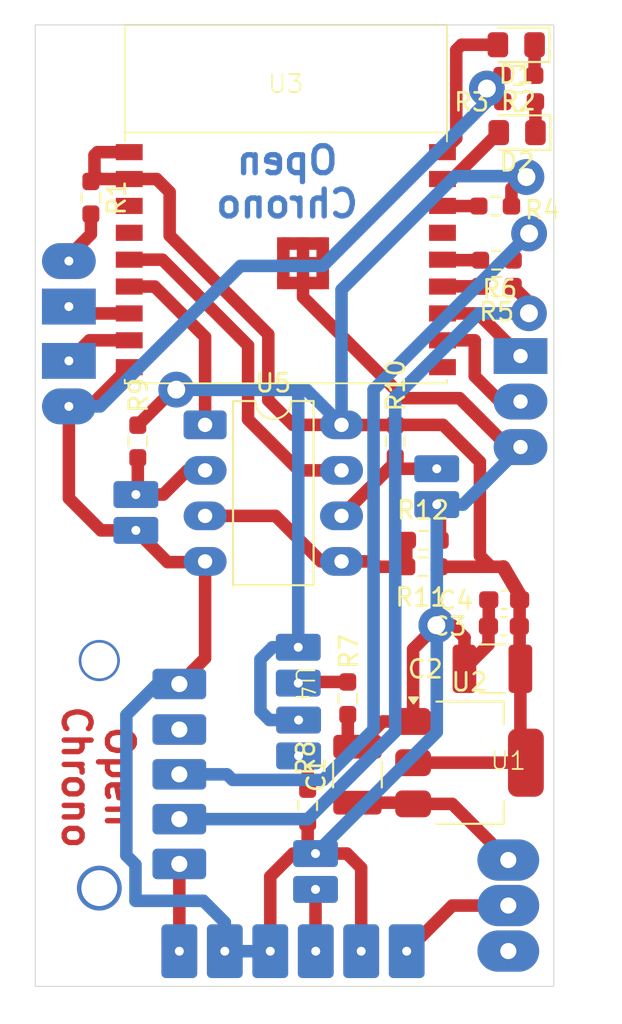
<source format=kicad_pcb>
(kicad_pcb (version 20241229) (generator "pcbnew") (generator_version "9.0")
  (layers (0 "F.Cu" signal) (2 "B.Cu" signal) (13 "F.Paste" user) (15 "B.Paste" user) (5 "F.SilkS" user "F.Silkscreen") (7 "B.SilkS" user "B.Silkscreen") (1 "F.Mask" user) (3 "B.Mask" user) (25 "Edge.Cuts" user))
  (net 0 "")
  (net 1 "+5V")
  (net 2 "GND")
  (net 3 "+3.3V")
  (net 4 "+5V_IN")
  (net 5 "VBatt")
  (net 6 "Net-(J4-Pin_2)")
  (net 7 "Net-(J5-Pin_2)")
  (net 8 "Net-(J6-Pin_1)")
  (net 9 "Net-(J7-Pin_1)")
  (net 10 "/IO/USB_D-")
  (net 11 "/IO/USB_D+")
  (net 12 "/Cpu/pin_Stop")
  (net 13 "/Cpu/pin_Start")
  (net 14 "Net-(U1-NO)")
  (net 15 "Net-(D1-K)")
  (net 16 "Net-(D1-A)")
  (net 17 "Net-(D2-K)")
  (net 18 "Net-(D2-A)")
  (net 19 "Net-(U3-GPIO20,U0RXD)")
  (net 20 "Net-(U3-GPIO21,U0TXD)")
  (net 21 "Net-(R1-Pad2)")
  (net 22 "Net-(U3-GPIO2,ADC1_CH2,FSPIQ)")
  (net 23 "Net-(U4-D-)")
  (net 24 "Net-(U4-D+)")
  (net 25 "Net-(U5A-+)")
  (net 26 "Net-(U3-GPIO8)")
  (net 27 "Net-(U3-GPIO9)")
  (footprint "WS_Connectors:SIP-2_2.0" (layer "F.Cu") (at 119.2475 102.8025 90)
    (property "Reference" "J2" (hide yes))
    (property "Value" "Conn_01x02_Socket")
    (pad "1" thru_hole roundrect (at 0 0 90) (size 1.5 2.5) (drill 0.5) (layers "*.Cu" "*.Mask") (roundrect_rratio 0.1428571429) (net 5 "VBatt"))
    (pad "2" thru_hole roundrect (at 2 0 90) (size 1.5 2.5) (drill 0.5) (layers "*.Cu" "*.Mask") (roundrect_rratio 0.1428571429) (net 2 "GND"))
  )
  (footprint "Capacitor_SMD:C_1210_3225Metric_Pad1.33x2.70mm_HandSolder" (layer "F.Cu") (at 129.13 90.4925 180)
    (property "Reference" "C2" (at 3.75 -0.02 0) (layer "F.SilkS"))
    (property "Value" "10uF")
    (fp_line (start -0.711252 1.36) (end 0.711252 1.36) (stroke (width 0.12)) (layer "F.SilkS"))
    (fp_line (start -0.711252 -1.36) (end 0.711252 -1.36) (stroke (width 0.12)) (layer "F.SilkS"))
    (pad "1" smd roundrect (at -1.5625 0 180) (size 1.325 2.7) (layers "F.Cu" "F.Mask" "F.Paste") (roundrect_rratio 0.188679) (net 3 "+3.3V"))
    (pad "2" smd roundrect (at 1.5625 0 180) (size 1.325 2.7) (layers "F.Cu" "F.Mask" "F.Paste") (roundrect_rratio 0.188679) (net 2 "GND"))
  )
  (footprint "Resistor_SMD:R_0603_1608Metric_Pad0.98x0.95mm_HandSolder" (layer "F.Cu") (at 129.37 69.15 180)
    (property "Reference" "R5" (at 0 -1.43 0) (layer "F.SilkS"))
    (property "Value" "22R")
    (fp_line (start -0.254724 0.5225) (end 0.254724 0.5225) (stroke (width 0.12)) (layer "F.SilkS"))
    (fp_line (start -0.254724 -0.5225) (end 0.254724 -0.5225) (stroke (width 0.12)) (layer "F.SilkS"))
    (pad "1" smd roundrect (at -0.9125 0 180) (size 0.975 0.95) (layers "F.Cu" "F.Mask" "F.Paste") (net 23 "Net-(U4-D-)"))
    (pad "2" smd roundrect (at 0.9125 0 180) (size 0.975 0.95) (layers "F.Cu" "F.Mask" "F.Paste") (net 10 "/IO/USB_D-"))
  )
  (footprint "Resistor_SMD:R_0603_1608Metric_Pad0.98x0.95mm_HandSolder" (layer "F.Cu") (at 130.62 58.85 180)
    (property "Reference" "R3" (at 2.65 -0.02 0) (layer "F.SilkS"))
    (property "Value" "10K")
    (fp_line (start -0.254724 0.5225) (end 0.254724 0.5225) (stroke (width 0.12)) (layer "F.SilkS"))
    (fp_line (start -0.254724 -0.5225) (end 0.254724 -0.5225) (stroke (width 0.12)) (layer "F.SilkS"))
    (pad "1" smd roundrect (at -0.9125 0 180) (size 0.975 0.95) (layers "F.Cu" "F.Mask" "F.Paste") (net 17 "Net-(D2-K)"))
    (pad "2" smd roundrect (at 0.9125 0 180) (size 0.975 0.95) (layers "F.Cu" "F.Mask" "F.Paste") (net 2 "GND"))
  )
  (footprint "Diode_SMD:D_0805_2012Metric_Pad1.15x1.40mm_HandSolder" (layer "F.Cu") (at 130.5075 60.57 180)
    (property "Reference" "D2" (at 0 -1.65 0) (layer "F.SilkS"))
    (property "Value" "LED")
    (fp_line (start 1 -0.96) (end -1.86 -0.96) (stroke (width 0.12)) (layer "F.SilkS"))
    (fp_line (start -1.86 0.96) (end 1 0.96) (stroke (width 0.12)) (layer "F.SilkS"))
    (fp_line (start -1.86 -0.96) (end -1.86 0.96) (stroke (width 0.12)) (layer "F.SilkS"))
    (pad "1" smd roundrect (at -1.025 0 180) (size 1.15 1.4) (layers "F.Cu" "F.Mask" "F.Paste") (roundrect_rratio 0.217391) (net 17 "Net-(D2-K)"))
    (pad "2" smd roundrect (at 1.025 0 180) (size 1.15 1.4) (layers "F.Cu" "F.Mask" "F.Paste") (roundrect_rratio 0.217391) (net 18 "Net-(D2-A)"))
  )
  (footprint "Capacitor_SMD:C_0603_1608Metric_Pad1.08x0.95mm_HandSolder" (layer "F.Cu") (at 129.7875 86.6425 180)
    (property "Reference" "C4" (at 2.71 -0.04 0) (layer "F.SilkS"))
    (property "Value" "10nF")
    (fp_line (start -0.146267 0.51) (end 0.146267 0.51) (stroke (width 0.12)) (layer "F.SilkS"))
    (fp_line (start -0.146267 -0.51) (end 0.146267 -0.51) (stroke (width 0.12)) (layer "F.SilkS"))
    (pad "1" smd roundrect (at -0.8625 0 180) (size 1.075 0.95) (layers "F.Cu" "F.Mask" "F.Paste") (net 3 "+3.3V"))
    (pad "2" smd roundrect (at 0.8625 0 180) (size 1.075 0.95) (layers "F.Cu" "F.Mask" "F.Paste") (net 2 "GND"))
  )
  (footprint "" (layer "F.Cu") (at 131.18 66.2025)
    (property "Reference" "" (at 0 0 0) (layer "F.SilkS") (effects (font (size 1.27 1.27))))
    (property "Value" "")
    (pad "" thru_hole circle (at 0 0) (size 2 2) (drill 1) (layers "*.Cu" "*.Mask") (net 24 "Net-(U4-D+)"))
  )
  (footprint "Resistor_SMD:R_0603_1608Metric_Pad0.98x0.95mm_HandSolder" (layer "F.Cu") (at 125.25 84.8)
    (property "Reference" "R11" (at -0.09 1.7 0) (layer "F.SilkS"))
    (property "Value" "10K")
    (fp_line (start -0.254724 -0.5225) (end 0.254724 -0.5225) (stroke (width 0.12)) (layer "F.SilkS"))
    (fp_line (start -0.254724 0.5225) (end 0.254724 0.5225) (stroke (width 0.12)) (layer "F.SilkS"))
    (pad "1" smd roundrect (at -0.9125 0) (size 0.975 0.95) (layers "F.Cu" "F.Mask" "F.Paste") (net 25 "Net-(U5A-+)"))
    (pad "2" smd roundrect (at 0.9125 0) (size 0.975 0.95) (layers "F.Cu" "F.Mask" "F.Paste") (net 3 "+3.3V"))
  )
  (footprint "Resistor_SMD:R_0603_1608Metric_Pad0.98x0.95mm_HandSolder" (layer "F.Cu") (at 106.7 64.21 -90)
    (property "Reference" "R1" (at 0 -1.43 90) (layer "F.SilkS"))
    (property "Value" "10K")
    (fp_line (start -0.254724 0.5225) (end 0.254724 0.5225) (stroke (width 0.12)) (layer "F.SilkS"))
    (fp_line (start -0.254724 -0.5225) (end 0.254724 -0.5225) (stroke (width 0.12)) (layer "F.SilkS"))
    (pad "1" smd roundrect (at -0.9125 0 270) (size 0.975 0.95) (layers "F.Cu" "F.Mask" "F.Paste") (net 3 "+3.3V"))
    (pad "2" smd roundrect (at 0.9125 0 270) (size 0.975 0.95) (layers "F.Cu" "F.Mask" "F.Paste") (net 21 "Net-(R1-Pad2)"))
  )
  (footprint "Package_TO_SOT_SMD:SOT-223-3_TabPin2" (layer "F.Cu") (at 127.85 95.7325)
    (property "Reference" "U2" (at 0 -4.5 0) (layer "F.SilkS"))
    (property "Value" "AMS1117-3.3")
    (fp_line (start -1.85 -3.41) (end 1.91 -3.41) (stroke (width 0.12)) (layer "F.SilkS"))
    (fp_line (start -1.85 3.41) (end 1.91 3.41) (stroke (width 0.12)) (layer "F.SilkS"))
    (fp_line (start 1.91 -3.41) (end 1.91 -2.15) (stroke (width 0.12)) (layer "F.SilkS"))
    (fp_line (start 1.91 3.41) (end 1.91 2.15) (stroke (width 0.12)) (layer "F.SilkS"))
    (fp_poly (pts (xy -3.13 -3.31) (xy -3.37 -3.64) (xy -2.89 -3.64) (xy -3.13 -3.31)) (stroke (width 0.12)) (fill yes) (layer "F.SilkS"))
    (pad "1" smd roundrect (at -3.15 -2.3) (size 2 1.5) (layers "F.Cu" "F.Mask" "F.Paste") (net 2 "GND"))
    (pad "2" smd roundrect (at -3.15 0) (size 2 1.5) (layers "F.Cu" "F.Mask" "F.Paste") (net 3 "+3.3V"))
    (pad "2" smd roundrect (at 3.15 0) (size 2 3.8) (layers "F.Cu" "F.Mask" "F.Paste") (net 3 "+3.3V"))
    (pad "3" smd roundrect (at -3.15 2.3) (size 2 1.5) (layers "F.Cu" "F.Mask" "F.Paste") (net 14 "Net-(U1-NO)"))
  )
  (footprint "WS_Custom:3pin SW RA 2.54" (layer "F.Cu") (at 130.0175 96.125)
    (property "Reference" "U1" (at 0 -0.5 0) (layer "F.SilkS") (effects (font (thickness 0.1))))
    (property "Value" "~")
    (pad "1" thru_hole oval (at 0 5.04) (size 3.45 2.3) (drill 0.9) (layers "*.Cu" "*.Mask" "F.Paste") (net 14 "Net-(U1-NO)"))
    (pad "2" thru_hole oval (at 0 7.58) (size 3.45 2.3) (drill 0.9) (layers "*.Cu" "*.Mask" "F.Paste") (net 1 "+5V"))
    (pad "3" thru_hole oval (at 0 10.12) (size 3.45 2.3) (drill 0.9) (layers "*.Cu" "*.Mask" "F.Paste"))
  )
  (footprint "WS_Connectors:SIP-2_1_2.54" (layer "F.Cu") (at 105.47 70.28 90)
    (property "Reference" "SW1" (hide yes))
    (property "Value" "SW_DIP_x01")
    (pad "1" thru_hole rect (at 0 0 90) (size 2 3) (drill 0.5) (layers "*.Cu" "*.Mask") (net 26 "Net-(U3-GPIO8)"))
    (pad "2" thru_hole oval (at 2.54 0 90) (size 2 3) (drill 0.5) (layers "*.Cu" "*.Mask") (net 21 "Net-(R1-Pad2)"))
  )
  (footprint "Resistor_SMD:R_0603_1608Metric_Pad0.98x0.95mm_HandSolder" (layer "F.Cu") (at 129.37 67.69 180)
    (property "Reference" "R6" (at -0.1725 -1.615 0) (layer "F.SilkS"))
    (property "Value" "22R")
    (fp_line (start -0.254724 0.5225) (end 0.254724 0.5225) (stroke (width 0.12)) (layer "F.SilkS"))
    (fp_line (start -0.254724 -0.5225) (end 0.254724 -0.5225) (stroke (width 0.12)) (layer "F.SilkS"))
    (pad "1" smd roundrect (at -0.9125 0 180) (size 0.975 0.95) (layers "F.Cu" "F.Mask" "F.Paste") (net 24 "Net-(U4-D+)"))
    (pad "2" smd roundrect (at 0.9125 0 180) (size 0.975 0.95) (layers "F.Cu" "F.Mask" "F.Paste") (net 11 "/IO/USB_D+"))
  )
  (footprint "Resistor_SMD:R_0603_1608Metric_Pad0.98x0.95mm_HandSolder" (layer "F.Cu") (at 109.32 77.81 90)
    (property "Reference" "R9" (at 2.58 0.04 90) (layer "F.SilkS"))
    (property "Value" "10K")
    (fp_line (start -0.254724 -0.5225) (end 0.254724 -0.5225) (stroke (width 0.12)) (layer "F.SilkS"))
    (fp_line (start -0.254724 0.5225) (end 0.254724 0.5225) (stroke (width 0.12)) (layer "F.SilkS"))
    (pad "1" smd roundrect (at -0.9125 0 90) (size 0.975 0.95) (layers "F.Cu" "F.Mask" "F.Paste") (net 8 "Net-(J6-Pin_1)"))
    (pad "2" smd roundrect (at 0.9125 0 90) (size 0.975 0.95) (layers "F.Cu" "F.Mask" "F.Paste") (net 3 "+3.3V"))
  )
  (footprint "Package_DIP:DIP-8_W7.62mm_LongPads" (layer "F.Cu") (at 113.08 76.88)
    (property "Reference" "U5" (at 3.81 -2.33 0) (layer "F.SilkS"))
    (property "Value" "LM358")
    (fp_line (start 1.56 -1.33) (end 1.56 8.95) (stroke (width 0.12)) (layer "F.SilkS"))
    (fp_line (start 1.56 8.95) (end 6.06 8.95) (stroke (width 0.12)) (layer "F.SilkS"))
    (fp_line (start 2.81 -1.33) (end 1.56 -1.33) (stroke (width 0.12)) (layer "F.SilkS"))
    (fp_line (start 6.06 -1.33) (end 4.81 -1.33) (stroke (width 0.12)) (layer "F.SilkS"))
    (fp_line (start 6.06 8.95) (end 6.06 -1.33) (stroke (width 0.12)) (layer "F.SilkS"))
    (fp_arc (start 4.81 -1.33) (mid 3.81 -0.33) (end 2.81 -1.33) (stroke (width 0.12)) (layer "F.SilkS"))
    (pad "1" thru_hole roundrect (at 0 0) (size 2.4 1.6) (drill 0.8) (layers "*.Cu" "*.Mask") (roundrect_rratio 0.15625) (net 13 "/Cpu/pin_Start"))
    (pad "2" thru_hole oval (at 0 2.54) (size 2.4 1.6) (drill 0.8) (layers "*.Cu" "*.Mask") (net 8 "Net-(J6-Pin_1)"))
    (pad "3" thru_hole oval (at 0 5.08) (size 2.4 1.6) (drill 0.8) (layers "*.Cu" "*.Mask") (net 25 "Net-(U5A-+)"))
    (pad "4" thru_hole oval (at 0 7.62) (size 2.4 1.6) (drill 0.8) (layers "*.Cu" "*.Mask") (net 2 "GND"))
    (pad "5" thru_hole oval (at 7.62 7.62) (size 2.4 1.6) (drill 0.8) (layers "*.Cu" "*.Mask") (net 25 "Net-(U5A-+)"))
    (pad "6" thru_hole oval (at 7.62 5.08) (size 2.4 1.6) (drill 0.8) (layers "*.Cu" "*.Mask") (net 9 "Net-(J7-Pin_1)"))
    (pad "7" thru_hole oval (at 7.62 2.54) (size 2.4 1.6) (drill 0.8) (layers "*.Cu" "*.Mask") (net 12 "/Cpu/pin_Stop"))
    (pad "8" thru_hole oval (at 7.62 0) (size 2.4 1.6) (drill 0.8) (layers "*.Cu" "*.Mask") (net 3 "+3.3V"))
  )
  (footprint "Capacitor_SMD:C_0603_1608Metric_Pad1.08x0.95mm_HandSolder" (layer "F.Cu") (at 129.77 88.1225 180)
    (property "Reference" "C3" (at 3.06 0 0) (layer "F.SilkS"))
    (property "Value" "100nF")
    (fp_line (start -0.146267 0.51) (end 0.146267 0.51) (stroke (width 0.12)) (layer "F.SilkS"))
    (fp_line (start -0.146267 -0.51) (end 0.146267 -0.51) (stroke (width 0.12)) (layer "F.SilkS"))
    (pad "1" smd roundrect (at -0.8625 0 180) (size 1.075 0.95) (layers "F.Cu" "F.Mask" "F.Paste") (net 3 "+3.3V"))
    (pad "2" smd roundrect (at 0.8625 0 180) (size 1.075 0.95) (layers "F.Cu" "F.Mask" "F.Paste") (net 2 "GND"))
  )
  (footprint "Resistor_SMD:R_0603_1608Metric_Pad0.98x0.95mm_HandSolder" (layer "F.Cu") (at 129.28 64.67)
    (property "Reference" "R4" (at 2.64 0.22 0) (layer "F.SilkS"))
    (property "Value" "10K")
    (fp_line (start -0.254724 -0.5225) (end 0.254724 -0.5225) (stroke (width 0.12)) (layer "F.SilkS"))
    (fp_line (start -0.254724 0.5225) (end 0.254724 0.5225) (stroke (width 0.12)) (layer "F.SilkS"))
    (pad "1" smd roundrect (at -0.9125 0) (size 0.975 0.95) (layers "F.Cu" "F.Mask" "F.Paste") (net 22 "Net-(U3-GPIO2,ADC1_CH2,FSPIQ)"))
    (pad "2" smd roundrect (at 0.9125 0) (size 0.975 0.95) (layers "F.Cu" "F.Mask" "F.Paste") (net 3 "+3.3V"))
  )
  (footprint "WS_Connectors:SIP-2_1_2.54" (layer "F.Cu") (at 105.47 73.31 -90)
    (property "Reference" "SW2" (hide yes))
    (property "Value" "SW_DIP_x01")
    (pad "1" thru_hole rect (at 0 0 270) (size 2 3) (drill 0.5) (layers "*.Cu" "*.Mask") (net 27 "Net-(U3-GPIO9)"))
    (pad "2" thru_hole oval (at 2.54 0 270) (size 2 3) (drill 0.5) (layers "*.Cu" "*.Mask") (net 2 "GND"))
  )
  (footprint "" (layer "F.Cu") (at 131.17 70.6525)
    (property "Reference" "" (at 0 0 0) (layer "F.SilkS") (effects (font (size 1.27 1.27))))
    (property "Value" "")
    (pad "" thru_hole circle (at 0 0) (size 2 2) (drill 1) (layers "*.Cu" "*.Mask") (net 23 "Net-(U4-D-)"))
  )
  (footprint "Resistor_SMD:R_0603_1608Metric_Pad0.98x0.95mm_HandSolder" (layer "F.Cu") (at 118.81 98.1225 90)
    (property "Reference" "R8" (at 2.65 -0.11 90) (layer "F.SilkS"))
    (property "Value" "100R")
    (fp_line (start -0.254724 -0.5225) (end 0.254724 -0.5225) (stroke (width 0.12)) (layer "F.SilkS"))
    (fp_line (start -0.254724 0.5225) (end 0.254724 0.5225) (stroke (width 0.12)) (layer "F.SilkS"))
    (pad "1" smd roundrect (at -0.9125 0 90) (size 0.975 0.95) (layers "F.Cu" "F.Mask" "F.Paste") (net 2 "GND"))
    (pad "2" smd roundrect (at 0.9125 0 90) (size 0.975 0.95) (layers "F.Cu" "F.Mask" "F.Paste") (net 7 "Net-(J5-Pin_2)"))
  )
  (footprint "" (layer "F.Cu") (at 111.47 74.9125)
    (property "Reference" "" (at 0 0 0) (layer "F.SilkS") (effects (font (size 1.27 1.27))))
    (property "Value" "")
    (pad "" thru_hole circle (at 0 0) (size 2 2) (drill 1) (layers "*.Cu" "*.Mask") (net 3 "+3.3V"))
  )
  (footprint "Diode_SMD:D_0805_2012Metric_Pad1.15x1.40mm_HandSolder" (layer "F.Cu") (at 130.46 55.67 180)
    (property "Reference" "D1" (at 0 -1.65 0) (layer "F.SilkS"))
    (property "Value" "LED")
    (fp_line (start 1 -0.96) (end -1.86 -0.96) (stroke (width 0.12)) (layer "F.SilkS"))
    (fp_line (start -1.86 0.96) (end 1 0.96) (stroke (width 0.12)) (layer "F.SilkS"))
    (fp_line (start -1.86 -0.96) (end -1.86 0.96) (stroke (width 0.12)) (layer "F.SilkS"))
    (pad "1" smd roundrect (at -1.025 0 180) (size 1.15 1.4) (layers "F.Cu" "F.Mask" "F.Paste") (roundrect_rratio 0.217391) (net 15 "Net-(D1-K)"))
    (pad "2" smd roundrect (at 1.025 0 180) (size 1.15 1.4) (layers "F.Cu" "F.Mask" "F.Paste") (roundrect_rratio 0.217391) (net 16 "Net-(D1-A)"))
  )
  (footprint "Resistor_SMD:R_0603_1608Metric_Pad0.98x0.95mm_HandSolder" (layer "F.Cu") (at 121.05 92.14 90)
    (property "Reference" "R7" (at 2.62 0.06 90) (layer "F.SilkS"))
    (property "Value" "100R")
    (fp_line (start -0.254724 -0.5225) (end 0.254724 -0.5225) (stroke (width 0.12)) (layer "F.SilkS"))
    (fp_line (start -0.254724 0.5225) (end 0.254724 0.5225) (stroke (width 0.12)) (layer "F.SilkS"))
    (pad "1" smd roundrect (at -0.9125 0 90) (size 0.975 0.95) (layers "F.Cu" "F.Mask" "F.Paste") (net 2 "GND"))
    (pad "2" smd roundrect (at 0.9125 0 90) (size 0.975 0.95) (layers "F.Cu" "F.Mask" "F.Paste") (net 6 "Net-(J4-Pin_2)"))
  )
  (footprint "WS_Connectors:SIP-2_2.0" (layer "F.Cu") (at 109.2125 80.77 -90)
    (property "Reference" "J6" (hide yes))
    (property "Value" "Conn_01x02_Socket")
    (pad "1" thru_hole roundrect (at 0 0 270) (size 1.5 2.5) (drill 0.5) (layers "*.Cu" "*.Mask") (roundrect_rratio 0.1428571429) (net 8 "Net-(J6-Pin_1)"))
    (pad "2" thru_hole roundrect (at 2 0 270) (size 1.5 2.5) (drill 0.5) (layers "*.Cu" "*.Mask") (roundrect_rratio 0.1428571429) (net 2 "GND"))
  )
  (footprint "WS_Custom:USB Micro_Pololu_2586" (layer "F.Cu") (at 118.14 91.3425 -90)
    (property "Reference" "U4" (at 0 -0.5 270) (layer "F.SilkS") (effects (font (thickness 0.1))))
    (property "Value" "~")
    (pad "" thru_hole circle (at -1.31 10.970741 270) (size 2.3 2.3) (drill 2) (layers "*.Cu" "*.Mask"))
    (pad "" thru_hole circle (at 11.390665 10.97 270) (size 2.5 2.5) (drill 2) (layers "*.Cu" "*.Mask"))
    (pad "1" thru_hole roundrect (at 0 6.5 270) (size 1.7 3) (drill 0.9) (layers "*.Cu" "*.Mask") (roundrect_rratio 0.15) (net 2 "GND"))
    (pad "2" thru_hole roundrect (at 2.54 6.5 270) (size 1.7 3) (drill 0.9) (layers "*.Cu" "*.Mask") (roundrect_rratio 0.15))
    (pad "3" thru_hole roundrect (at 5.04 6.5 270) (size 1.7 3) (drill 0.9) (layers "*.Cu" "*.Mask") (roundrect_rratio 0.15) (net 24 "Net-(U4-D+)"))
    (pad "4" thru_hole roundrect (at 7.54 6.5 270) (size 1.7 3) (drill 0.9) (layers "*.Cu" "*.Mask") (roundrect_rratio 0.15) (net 23 "Net-(U4-D-)"))
    (pad "5" thru_hole roundrect (at 10.04 6.5 270) (size 1.7 3) (drill 0.9) (layers "*.Cu" "*.Mask") (roundrect_rratio 0.15) (net 4 "+5V_IN"))
  )
  (footprint "WS_Connectors:SIP-3" (layer "F.Cu") (at 130.7 75.58 -90)
    (property "Reference" "J3" (hide yes))
    (property "Value" "~")
    (pad "1" thru_hole rect (at -2.54 0 270) (size 2 3) (drill 0.8) (layers "*.Cu" "*.Mask") (net 20 "Net-(U3-GPIO21,U0TXD)"))
    (pad "2" thru_hole oval (at 0 0 270) (size 2 3) (drill 0.8) (layers "*.Cu" "*.Mask") (net 19 "Net-(U3-GPIO20,U0RXD)"))
    (pad "3" thru_hole oval (at 2.54 0 270) (size 2 3) (drill 0.8) (layers "*.Cu" "*.Mask") (net 2 "GND"))
  )
  (footprint "" (layer "F.Cu") (at 126 88.0625)
    (property "Reference" "" (at 0 0 0) (layer "F.SilkS") (effects (font (size 1.27 1.27))))
    (property "Value" "")
    (pad "" thru_hole circle (at 0 0) (size 2 2) (drill 1) (layers "*.Cu" "*.Mask") (net 2 "GND"))
  )
  (footprint "WS_Connectors:SIP-2_2.0" (layer "F.Cu") (at 118.3025 93.3525 -90)
    (property "Reference" "J5" (hide yes))
    (property "Value" "Conn_01x02_Socket")
    (pad "1" thru_hole roundrect (at 0 0 270) (size 1.5 2.5) (drill 0.5) (layers "*.Cu" "*.Mask") (roundrect_rratio 0.1428571429) (net 3 "+3.3V"))
    (pad "2" thru_hole roundrect (at 2 0 270) (size 1.5 2.5) (drill 0.5) (layers "*.Cu" "*.Mask") (roundrect_rratio 0.1428571429) (net 7 "Net-(J5-Pin_2)"))
  )
  (footprint "" (layer "F.Cu") (at 131.03 63.0525)
    (property "Reference" "" (at 0 0 0) (layer "F.SilkS") (effects (font (size 1.27 1.27))))
    (property "Value" "")
    (pad "" thru_hole circle (at 0 0) (size 2 2) (drill 1) (layers "*.Cu" "*.Mask") (net 3 "+3.3V"))
  )
  (footprint "Resistor_SMD:R_0603_1608Metric_Pad0.98x0.95mm_HandSolder" (layer "F.Cu") (at 125.29 83.32 180)
    (property "Reference" "R12" (at 0.04 1.68 0) (layer "F.SilkS"))
    (property "Value" "10K")
    (fp_line (start -0.254724 0.5225) (end 0.254724 0.5225) (stroke (width 0.12)) (layer "F.SilkS"))
    (fp_line (start -0.254724 -0.5225) (end 0.254724 -0.5225) (stroke (width 0.12)) (layer "F.SilkS"))
    (pad "1" smd roundrect (at -0.9125 0 180) (size 0.975 0.95) (layers "F.Cu" "F.Mask" "F.Paste") (net 2 "GND"))
    (pad "2" smd roundrect (at 0.9125 0 180) (size 0.975 0.95) (layers "F.Cu" "F.Mask" "F.Paste") (net 25 "Net-(U5A-+)"))
  )
  (footprint "Resistor_SMD:R_0603_1608Metric_Pad0.98x0.95mm_HandSolder" (layer "F.Cu") (at 130.58 57.38 180)
    (property "Reference" "R2" (at 0 -1.43 0) (layer "F.SilkS"))
    (property "Value" "10K")
    (fp_line (start -0.254724 0.5225) (end 0.254724 0.5225) (stroke (width 0.12)) (layer "F.SilkS"))
    (fp_line (start -0.254724 -0.5225) (end 0.254724 -0.5225) (stroke (width 0.12)) (layer "F.SilkS"))
    (pad "1" smd roundrect (at -0.9125 0 180) (size 0.975 0.95) (layers "F.Cu" "F.Mask" "F.Paste") (net 15 "Net-(D1-K)"))
    (pad "2" smd roundrect (at 0.9125 0 180) (size 0.975 0.95) (layers "F.Cu" "F.Mask" "F.Paste") (net 2 "GND"))
  )
  (footprint "WS_Espressif:ESP32-C3-WROOM-02" (layer "F.Cu") (at 117.59 61.6625)
    (property "Reference" "U3" (at 0 -3.81 0) (layer "F.SilkS") (effects (font (thickness 0.1))))
    (property "Value" "ESP32-C3-WROOM-02")
    (fp_line (start -9 -0.6) (end -9 -7.1) (stroke (width 0.1)) (layer "F.SilkS"))
    (fp_line (start -9 12.7) (end -9 12.9) (stroke (width 0.1)) (layer "F.SilkS"))
    (fp_line (start 9 -7.1) (end -9 -7.1) (stroke (width 0.1)) (layer "F.SilkS"))
    (fp_line (start 9 -1.1) (end -9 -1.1) (stroke (width 0.1)) (layer "F.SilkS"))
    (fp_line (start 9 -0.6) (end 9 -7.1) (stroke (width 0.1)) (layer "F.SilkS"))
    (fp_line (start 9 12.7) (end 9 12.9) (stroke (width 0.1)) (layer "F.SilkS"))
    (fp_line (start 9 12.9) (end -9 12.9) (stroke (width 0.1)) (layer "F.SilkS"))
    (pad "1" smd rect (at -8.75 0) (size 1.5 0.9) (layers "F.Cu" "F.Mask" "F.Paste") (net 3 "+3.3V"))
    (pad "2" smd rect (at -8.75 1.5) (size 1.5 0.9) (layers "F.Cu" "F.Mask" "F.Paste") (net 3 "+3.3V"))
    (pad "3" smd rect (at -8.75 3) (size 1.5 0.9) (layers "F.Cu" "F.Mask" "F.Paste"))
    (pad "4" smd rect (at -8.75 4.5) (size 1.5 0.9) (layers "F.Cu" "F.Mask" "F.Paste"))
    (pad "5" smd rect (at -8.75 6) (size 1.5 0.9) (layers "F.Cu" "F.Mask" "F.Paste") (net 12 "/Cpu/pin_Stop"))
    (pad "6" smd rect (at -8.75 7.5) (size 1.5 0.9) (layers "F.Cu" "F.Mask" "F.Paste") (net 13 "/Cpu/pin_Start"))
    (pad "7" smd rect (at -8.75 9) (size 1.5 0.9) (layers "F.Cu" "F.Mask" "F.Paste") (net 26 "Net-(U3-GPIO8)"))
    (pad "8" smd rect (at -8.75 10.5) (size 1.5 0.9) (layers "F.Cu" "F.Mask" "F.Paste") (net 27 "Net-(U3-GPIO9)"))
    (pad "9" smd rect (at -8.75 12) (size 1.5 0.9) (layers "F.Cu" "F.Mask" "F.Paste") (net 2 "GND"))
    (pad "10" smd rect (at 8.75 12) (size 1.5 0.9) (layers "F.Cu" "F.Mask" "F.Paste"))
    (pad "11" smd rect (at 8.75 10.5) (size 1.5 0.9) (layers "F.Cu" "F.Mask" "F.Paste") (net 19 "Net-(U3-GPIO20,U0RXD)"))
    (pad "12" smd rect (at 8.75 9) (size 1.5 0.9) (layers "F.Cu" "F.Mask" "F.Paste") (net 20 "Net-(U3-GPIO21,U0TXD)"))
    (pad "13" smd rect (at 8.75 7.5) (size 1.5 0.9) (layers "F.Cu" "F.Mask" "F.Paste") (net 10 "/IO/USB_D-"))
    (pad "14" smd rect (at 8.75 6) (size 1.5 0.9) (layers "F.Cu" "F.Mask" "F.Paste") (net 11 "/IO/USB_D+"))
    (pad "15" smd rect (at 8.75 4.5) (size 1.5 0.9) (layers "F.Cu" "F.Mask" "F.Paste"))
    (pad "16" smd rect (at 8.75 3) (size 1.5 0.9) (layers "F.Cu" "F.Mask" "F.Paste") (net 22 "Net-(U3-GPIO2,ADC1_CH2,FSPIQ)"))
    (pad "17" smd rect (at 8.75 1.5) (size 1.5 0.9) (layers "F.Cu" "F.Mask" "F.Paste") (net 18 "Net-(D2-A)"))
    (pad "18" smd rect (at 8.75 0) (size 1.5 0.9) (layers "F.Cu" "F.Mask" "F.Paste") (net 16 "Net-(D1-A)"))
    (pad "19" smd rect (at 0.96 6.2) (size 0.7 0.7) (layers "F.Cu" "F.Mask" "F.Paste") (net 2 "GND"))
    (pad "20" smd rect (at -0.14 5.1) (size 0.7 0.7) (layers "F.Cu" "F.Mask" "F.Paste") (net 2 "GND"))
    (pad "21" smd rect (at 0.96 5.1) (size 0.7 0.7) (layers "F.Cu" "F.Mask" "F.Paste") (net 2 "GND"))
    (pad "22" smd rect (at 2.06 5.1) (size 0.7 0.7) (layers "F.Cu" "F.Mask" "F.Paste") (net 2 "GND"))
    (pad "23" smd rect (at -0.14 6.2) (size 0.7 0.7) (layers "F.Cu" "F.Mask" "F.Paste") (net 2 "GND"))
    (pad "24" smd rect (at 2.06 6.2) (size 0.7 0.7) (layers "F.Cu" "F.Mask" "F.Paste") (net 2 "GND"))
    (pad "25" smd rect (at -0.14 7.3) (size 0.7 0.7) (layers "F.Cu" "F.Mask" "F.Paste") (net 2 "GND"))
    (pad "26" smd rect (at 0.96 7.3) (size 0.7 0.7) (layers "F.Cu" "F.Mask" "F.Paste") (net 2 "GND"))
    (pad "27" smd rect (at 2.06 7.3) (size 0.7 0.7) (layers "F.Cu" "F.Mask" "F.Paste") (net 2 "GND"))
  )
  (footprint "Resistor_SMD:R_0603_1608Metric_Pad0.98x0.95mm_HandSolder" (layer "F.Cu") (at 123.7 77.8 90)
    (property "Reference" "R10" (at 3.12 0.02 90) (layer "F.SilkS"))
    (property "Value" "10K")
    (fp_line (start -0.254724 -0.5225) (end 0.254724 -0.5225) (stroke (width 0.12)) (layer "F.SilkS"))
    (fp_line (start -0.254724 0.5225) (end 0.254724 0.5225) (stroke (width 0.12)) (layer "F.SilkS"))
    (pad "1" smd roundrect (at -0.9125 0 90) (size 0.975 0.95) (layers "F.Cu" "F.Mask" "F.Paste") (net 9 "Net-(J7-Pin_1)"))
    (pad "2" smd roundrect (at 0.9125 0 90) (size 0.975 0.95) (layers "F.Cu" "F.Mask" "F.Paste") (net 3 "+3.3V"))
  )
  (footprint "WS_Connectors:SIP-6_1_2.54" (layer "F.Cu") (at 124.34 106.2525 180)
    (property "Reference" "J1" (hide yes))
    (property "Value" "Conn_01x06_Socket")
    (pad "1" thru_hole roundrect (at 0 0 180) (size 2 3) (drill 0.5) (layers "*.Cu" "*.Mask") (roundrect_rratio 0.125) (net 1 "+5V"))
    (pad "2" thru_hole roundrect (at 2.54 0 180) (size 2 3) (drill 0.5) (layers "*.Cu" "*.Mask") (roundrect_rratio 0.125) (net 2 "GND"))
    (pad "3" thru_hole roundrect (at 5.08 0 180) (size 2 3) (drill 0.5) (layers "*.Cu" "*.Mask") (roundrect_rratio 0.125) (net 5 "VBatt"))
    (pad "4" thru_hole roundrect (at 7.62 0 180) (size 2 3) (drill 0.5) (layers "*.Cu" "*.Mask") (roundrect_rratio 0.125) (net 2 "GND"))
    (pad "5" thru_hole roundrect (at 10.16 0 180) (size 2 3) (drill 0.5) (layers "*.Cu" "*.Mask") (roundrect_rratio 0.125) (net 2 "GND"))
    (pad "6" thru_hole roundrect (at 12.7 0 180) (size 2 3) (drill 0.5) (layers "*.Cu" "*.Mask") (roundrect_rratio 0.125) (net 4 "+5V_IN"))
  )
  (footprint "Capacitor_SMD:C_1210_3225Metric_Pad1.33x2.70mm_HandSolder" (layer "F.Cu") (at 121.59 96.4025 90)
    (property "Reference" "C1" (at 0 -2.3 90) (layer "F.SilkS"))
    (property "Value" "10uF")
    (fp_line (start -0.711252 -1.36) (end 0.711252 -1.36) (stroke (width 0.12)) (layer "F.SilkS"))
    (fp_line (start -0.711252 1.36) (end 0.711252 1.36) (stroke (width 0.12)) (layer "F.SilkS"))
    (pad "1" smd roundrect (at -1.5625 0 90) (size 1.325 2.7) (layers "F.Cu" "F.Mask" "F.Paste") (roundrect_rratio 0.188679) (net 14 "Net-(U1-NO)"))
    (pad "2" smd roundrect (at 1.5625 0 90) (size 1.325 2.7) (layers "F.Cu" "F.Mask" "F.Paste") (roundrect_rratio 0.188679) (net 2 "GND"))
  )
  (footprint "WS_Connectors:SIP-2_2.0" (layer "F.Cu") (at 118.2825 89.2925 -90)
    (property "Reference" "J4" (hide yes))
    (property "Value" "Conn_01x02_Socket")
    (pad "1" thru_hole roundrect (at 0 0 270) (size 1.5 2.5) (drill 0.5) (layers "*.Cu" "*.Mask") (roundrect_rratio 0.1428571429) (net 3 "+3.3V"))
    (pad "2" thru_hole roundrect (at 2 0 270) (size 1.5 2.5) (drill 0.5) (layers "*.Cu" "*.Mask") (roundrect_rratio 0.1428571429) (net 6 "Net-(J4-Pin_2)"))
  )
  (footprint "" (layer "F.Cu") (at 128.82 58.1125)
    (property "Reference" "" (at 0 0 0) (layer "F.SilkS") (effects (font (size 1.27 1.27))))
    (property "Value" "")
    (pad "" thru_hole circle (at 0 0) (size 2 2) (drill 1) (layers "*.Cu" "*.Mask") (net 2 "GND"))
  )
  (footprint "WS_Connectors:SIP-2_2.0" (layer "F.Cu") (at 126.0225 79.33 -90)
    (property "Reference" "J7" (hide yes))
    (property "Value" "Conn_01x02_Socket")
    (pad "1" thru_hole roundrect (at 0 0 270) (size 1.5 2.5) (drill 0.5) (layers "*.Cu" "*.Mask") (roundrect_rratio 0.1428571429) (net 9 "Net-(J7-Pin_1)"))
    (pad "2" thru_hole roundrect (at 2 0 270) (size 1.5 2.5) (drill 0.5) (layers "*.Cu" "*.Mask") (roundrect_rratio 0.1428571429) (net 2 "GND"))
  )
  (gr_line (start 129.74 84.83) (end 130.66 86.4) (stroke (width 0.8)) (layer "F.Cu") (net 3))
  (gr_rect (start 103.59 54.5625) (end 132.56 108.2125) (stroke (width 0.05)) (fill no) (layer "Edge.Cuts"))
  (gr_text "Open\nChrono" (at 105.01 96.5425 270) (layer "F.Cu") (effects (font (size 1.5 1.5) (thickness 0.3) (bold yes)) (justify bottom)))
  (gr_text "Open\nChrono" (at 117.66 65.42 0) (layer "B.Cu") (effects (font (size 1.5 1.5) (thickness 0.3) (bold yes)) (justify bottom mirror)))
  (segment (start 130.0175 103.705) (end 126.8875 103.705) (width 0.7) (layer "F.Cu") (net 1))
  (segment (start 126.8875 103.705) (end 124.34 106.2525) (width 0.7) (layer "F.Cu") (net 1))
  (segment (start 126.2025 81.51) (end 126.0225 81.33) (width 0.7) (layer "F.Cu") (net 2))
  (segment (start 128.925 86.6425) (end 128.925 88.105) (width 0.7) (layer "F.Cu") (net 2))
  (segment (start 124.19 75.39) (end 118.55 69.75) (width 0.7) (layer "F.Cu") (net 2))
  (segment (start 124.7 93.4325) (end 124.7 89.3925) (width 0.7) (layer "F.Cu") (net 2))
  (segment (start 126.89 88.07) (end 127.58 88.76) (width 0.7) (layer "F.Cu") (net 2))
  (segment (start 118.55 69.75) (end 118.55 68.9625) (width 0.7) (layer "F.Cu") (net 2))
  (segment (start 128.925 88.105) (end 128.9075 88.1225) (width 0.7) (layer "F.Cu") (net 2))
  (segment (start 118.55 66.7625) (end 118.55 68.9625) (width 0.7) (layer "F.Cu") (net 2))
  (segment (start 119.65 67.8625) (end 117.45 67.8625) (width 0.7) (layer "F.Cu") (net 2))
  (segment (start 124.7 93.4325) (end 122.9975 93.4325) (width 0.7) (layer "F.Cu") (net 2))
  (segment (start 110.9825 84.54) (end 113.04 84.54) (width 0.7) (layer "F.Cu") (net 2))
  (segment (start 119.65 68.9625) (end 117.45 68.9625) (width 0.7) (layer "F.Cu") (net 2))
  (segment (start 121.05 94.3) (end 121.59 94.84) (width 0.7) (layer "F.Cu") (net 2))
  (segment (start 124.7 89.3925) (end 126.0225 88.07) (width 0.7) (layer "F.Cu") (net 2))
  (segment (start 117.45 66.7625) (end 117.45 68.9625) (width 0.7) (layer "F.Cu") (net 2))
  (segment (start 111.64 91.3425) (end 113.08 89.9025) (width 0.7) (layer "F.Cu") (net 2))
  (segment (start 119.65 66.7625) (end 119.65 68.9625) (width 0.7) (layer "F.Cu") (net 2))
  (segment (start 130.02 78.12) (end 127.29 75.39) (width 0.7) (layer "F.Cu") (net 2))
  (segment (start 116.72 102.080001) (end 116.72 106.2525) (width 0.7) (layer "F.Cu") (net 2))
  (segment (start 121 100.8025) (end 119.2475 100.8025) (width 0.7) (layer "F.Cu") (net 2))
  (segment (start 126.2025 83.32) (end 126.2025 81.51) (width 0.7) (layer "F.Cu") (net 2))
  (segment (start 119.2475 100.8025) (end 117.997501 100.8025) (width 0.7) (layer "F.Cu") (net 2))
  (segment (start 105.47 80.98) (end 107.26 82.77) (width 0.7) (layer "F.Cu") (net 2))
  (segment (start 118.81 99.035) (end 118.81 100.365) (width 0.7) (layer "F.Cu") (net 2))
  (segment (start 118.81 100.365) (end 119.2475 100.8025) (width 0.7) (layer "F.Cu") (net 2))
  (segment (start 121.05 93.0525) (end 121.05 94.3) (width 0.7) (layer "F.Cu") (net 2))
  (segment (start 106.6525 75.85) (end 105.47 75.85) (width 0.7) (layer "F.Cu") (net 2))
  (segment (start 122.9975 93.4325) (end 121.59 94.84) (width 0.7) (layer "F.Cu") (net 2))
  (segment (start 109.2125 82.77) (end 110.9825 84.54) (width 0.7) (layer "F.Cu") (net 2))
  (segment (start 105.47 75.85) (end 105.47 80.98) (width 0.7) (layer "F.Cu") (net 2))
  (segment (start 127.58 88.76) (end 127.5675 88.7725) (width 0.7) (layer "F.Cu") (net 2))
  (segment (start 113.08 89.9025) (end 113.08 84.5) (width 0.7) (layer "F.Cu") (net 2))
  (segment (start 128.9075 88.1225) (end 128.9075 89.1525) (width 0.7) (layer "F.Cu") (net 2))
  (segment (start 129.6675 58.81) (end 129.7075 58.85) (width 0.7) (layer "F.Cu") (net 2))
  (segment (start 127.5675 88.7725) (end 127.5675 90.4925) (width 0.7) (layer "F.Cu") (net 2))
  (segment (start 130.7 78.12) (end 130.02 78.12) (width 0.7) (layer "F.Cu") (net 2))
  (segment (start 113.04 84.54) (end 113.08 84.5) (width 0.7) (layer "F.Cu") (net 2))
  (segment (start 128.9075 89.1525) (end 127.5675 90.4925) (width 0.7) (layer "F.Cu") (net 2))
  (segment (start 119.65 66.7625) (end 117.45 66.7625) (width 0.7) (layer "F.Cu") (net 2))
  (segment (start 121.8 106.2525) (end 121.8 101.6025) (width 0.7) (layer "F.Cu") (net 2))
  (segment (start 107.26 82.77) (end 109.2125 82.77) (width 0.7) (layer "F.Cu") (net 2))
  (segment (start 126.0225 88.07) (end 126.89 88.07) (width 0.7) (layer "F.Cu") (net 2))
  (segment (start 117.997501 100.8025) (end 116.72 102.080001) (width 0.7) (layer "F.Cu") (net 2))
  (segment (start 127.29 75.39) (end 124.19 75.39) (width 0.7) (layer "F.Cu") (net 2))
  (segment (start 108.84 73.6625) (end 106.6525 75.85) (width 0.7) (layer "F.Cu") (net 2))
  (segment (start 121.8 101.6025) (end 121 100.8025) (width 0.7) (layer "F.Cu") (net 2))
  (segment (start 108.68 100.91) (end 108.68 93.07) (width 0.7) (layer "B.Cu") (net 2))
  (segment (start 114.18 104.64) (end 112.98 103.44) (width 0.7) (layer "B.Cu") (net 2))
  (segment (start 128.81 58.856675) (end 119.656675 68.01) (width 0.7) (layer "B.Cu") (net 2))
  (segment (start 116.72 106.2525) (end 114.18 106.2525) (width 0.7) (layer "B.Cu") (net 2))
  (segment (start 112.98 103.44) (end 109.19 103.44) (width 0.7) (layer "B.Cu") (net 2))
  (segment (start 115.06 68.01) (end 107.22 75.85) (width 0.7) (layer "B.Cu") (net 2))
  (segment (start 108.68 93.07) (end 110.4075 91.3425) (width 0.7) (layer "B.Cu") (net 2))
  (segment (start 107.22 75.85) (end 105.47 75.85) (width 0.7) (layer "B.Cu") (net 2))
  (segment (start 109.19 103.44) (end 109.19 101.42) (width 0.7) (layer "B.Cu") (net 2))
  (segment (start 114.18 106.2525) (end 114.18 104.64) (width 0.7) (layer "B.Cu") (net 2))
  (segment (start 126.0225 81.33) (end 127.49 81.33) (width 0.7) (layer "B.Cu") (net 2))
  (segment (start 109.19 101.42) (end 108.68 100.91) (width 0.7) (layer "B.Cu") (net 2))
  (segment (start 110.4075 91.3425) (end 111.64 91.3425) (width 0.7) (layer "B.Cu") (net 2))
  (segment (start 126.0225 94.0275) (end 119.2475 100.8025) (width 0.7) (layer "B.Cu") (net 2))
  (segment (start 126.0225 88.07) (end 126.0225 94.0275) (width 0.7) (layer "B.Cu") (net 2))
  (segment (start 119.656675 68.01) (end 115.06 68.01) (width 0.7) (layer "B.Cu") (net 2))
  (segment (start 126.0225 81.33) (end 126.0225 88.07) (width 0.7) (layer "B.Cu") (net 2))
  (segment (start 128.81 58.123997) (end 128.81 58.856675) (width 0.7) (layer "B.Cu") (net 2))
  (segment (start 127.49 81.33) (end 130.7 78.12) (width 0.7) (layer "B.Cu") (net 2))
  (segment (start 124.7 95.7325) (end 131 95.7325) (width 0.7) (layer "F.Cu") (net 3))
  (segment (start 123.7 76.8875) (end 123.7075 76.88) (width 0.7) (layer "F.Cu") (net 3))
  (segment (start 130.1925 64.67) (end 130.1925 63.6875) (width 0.7) (layer "F.Cu") (net 3))
  (segment (start 126.37 76.88) (end 128.43 78.94) (width 0.7) (layer "F.Cu") (net 3))
  (segment (start 107.0675 61.6625) (end 106.9 61.83) (width 0.7) (layer "F.Cu") (net 3))
  (segment (start 107.1625 63.1625) (end 108.84 63.1625) (width 0.7) (layer "F.Cu") (net 3))
  (segment (start 116.61 71.83) (end 111.1 66.32) (width 0.7) (layer "F.Cu") (net 3))
  (segment (start 108.84 61.6625) (end 107.0675 61.6625) (width 0.7) (layer "F.Cu") (net 3))
  (segment (start 120.7075 76.8875) (end 120.7 76.88) (width 0.7) (layer "F.Cu") (net 3))
  (segment (start 106.9 61.83) (end 106.9 62.9) (width 0.7) (layer "F.Cu") (net 3))
  (segment (start 130.65 90.45) (end 130.6925 90.4925) (width 0.7) (layer "F.Cu") (net 3))
  (segment (start 129.05 84.8) (end 129.73 84.8) (width 0.7) (layer "F.Cu") (net 3))
  (segment (start 130.1925 63.6875) (end 130.88 63) (width 0.7) (layer "F.Cu") (net 3))
  (segment (start 106.9 62.9) (end 107.1625 63.1625) (width 0.7) (layer "F.Cu") (net 3))
  (segment (start 110.3725 63.1625) (end 108.84 63.1625) (width 0.7) (layer "F.Cu") (net 3))
  (segment (start 130.65 86.6425) (end 130.65 90.45) (width 0.7) (layer "F.Cu") (net 3))
  (segment (start 130.6925 90.4925) (end 130.6925 95.425) (width 0.7) (layer "F.Cu") (net 3))
  (segment (start 130.6925 95.425) (end 131 95.7325) (width 0.7) (layer "F.Cu") (net 3))
  (segment (start 116.61 75.51) (end 116.61 71.83) (width 0.7) (layer "F.Cu") (net 3))
  (segment (start 111.49 74.928599) (end 111.288901 74.928599) (width 0.7) (layer "F.Cu") (net 3))
  (segment (start 111.288901 74.928599) (end 109.32 76.8975) (width 0.7) (layer "F.Cu") (net 3))
  (segment (start 128.43 84.18) (end 129.05 84.8) (width 0.7) (layer "F.Cu") (net 3))
  (segment (start 120.7 76.88) (end 117.98 76.88) (width 0.7) (layer "F.Cu") (net 3))
  (segment (start 126.1625 84.8) (end 129.05 84.8) (width 0.7) (layer "F.Cu") (net 3))
  (segment (start 111.1 66.32) (end 111.1 63.89) (width 0.7) (layer "F.Cu") (net 3))
  (segment (start 111.1 63.89) (end 110.3725 63.1625) (width 0.7) (layer "F.Cu") (net 3))
  (segment (start 123.7 76.8875) (end 120.7075 76.8875) (width 0.7) (layer "F.Cu") (net 3))
  (segment (start 123.7075 76.88) (end 126.37 76.88) (width 0.7) (layer "F.Cu") (net 3))
  (segment (start 117.98 76.88) (end 116.61 75.51) (width 0.7) (layer "F.Cu") (net 3))
  (segment (start 128.43 78.94) (end 128.43 84.18) (width 0.7) (layer "F.Cu") (net 3))
  (segment (start 120.7 69.34) (end 120.7 76.88) (width 0.7) (layer "B.Cu") (net 3))
  (segment (start 116.17 92.85) (end 116.17 89.96) (width 0.7) (layer "B.Cu") (net 3))
  (segment (start 116.17 89.96) (end 116.8375 89.2925) (width 0.7) (layer "B.Cu") (net 3))
  (segment (start 118.33 74.928599) (end 118.748599 74.928599) (width 0.7) (layer "B.Cu") (net 3))
  (segment (start 116.8375 89.2925) (end 118.2825 89.2925) (width 0.7) (layer "B.Cu") (net 3))
  (segment (start 118.2825 74.976099) (end 118.33 74.928599) (width 0.7) (layer "B.Cu") (net 3))
  (segment (start 118.3025 93.3525) (end 116.6725 93.3525) (width 0.7) (layer "B.Cu") (net 3))
  (segment (start 130.88 63) (end 127.04 63) (width 0.7) (layer "B.Cu") (net 3))
  (segment (start 116.6725 93.3525) (end 116.17 92.85) (width 0.7) (layer "B.Cu") (net 3))
  (segment (start 118.2825 89.2925) (end 118.2825 74.976099) (width 0.7) (layer "B.Cu") (net 3))
  (segment (start 111.49 74.928599) (end 118.33 74.928599) (width 0.7) (layer "B.Cu") (net 3))
  (segment (start 127.04 63) (end 120.7 69.34) (width 0.7) (layer "B.Cu") (net 3))
  (segment (start 118.748599 74.928599) (end 120.7 76.88) (width 0.7) (layer "B.Cu") (net 3))
  (segment (start 111.64 101.3825) (end 111.64 106.2525) (width 0.7) (layer "F.Cu") (net 4))
  (segment (start 119.2475 106.24) (end 119.26 106.2525) (width 0.7) (layer "F.Cu") (net 5))
  (segment (start 119.2475 102.8025) (end 119.2475 106.24) (width 0.7) (layer "F.Cu") (net 5))
  (segment (start 118.3475 91.2275) (end 118.2825 91.2925) (width 0.7) (layer "F.Cu") (net 6))
  (segment (start 121.05 91.2275) (end 118.3475 91.2275) (width 0.7) (layer "F.Cu") (net 6))
  (segment (start 118.81 97.21) (end 118.81 95.86) (width 0.7) (layer "F.Cu") (net 7))
  (segment (start 118.81 95.86) (end 118.3025 95.3525) (width 0.7) (layer "F.Cu") (net 7))
  (segment (start 113.08 79.42) (end 112.09 79.42) (width 0.7) (layer "F.Cu") (net 8))
  (segment (start 110.74 80.77) (end 109.2125 80.77) (width 0.7) (layer "F.Cu") (net 8))
  (segment (start 109.32 78.7225) (end 109.32 80.6625) (width 0.7) (layer "F.Cu") (net 8))
  (segment (start 109.32 80.6625) (end 109.2125 80.77) (width 0.7) (layer "F.Cu") (net 8))
  (segment (start 112.09 79.42) (end 110.74 80.77) (width 0.7) (layer "F.Cu") (net 8))
  (segment (start 123.13 79.53) (end 123.7 78.96) (width 0.7) (layer "F.Cu") (net 9))
  (segment (start 120.7 81.96) (end 123.13 79.53) (width 0.7) (layer "F.Cu") (net 9))
  (segment (start 123.7 78.96) (end 123.7 78.7125) (width 0.7) (layer "F.Cu") (net 9))
  (segment (start 123.33 79.33) (end 123.13 79.53) (width 0.7) (layer "F.Cu") (net 9))
  (segment (start 126.0225 79.33) (end 123.33 79.33) (width 0.7) (layer "F.Cu") (net 9))
  (segment (start 126.3525 69.15) (end 126.34 69.1625) (width 0.2) (layer "F.Cu") (net 10))
  (segment (start 128.4575 69.15) (end 126.3525 69.15) (width 0.7) (layer "F.Cu") (net 10))
  (segment (start 126.3675 67.69) (end 126.34 67.6625) (width 0.2) (layer "F.Cu") (net 11))
  (segment (start 128.4575 67.69) (end 126.3675 67.69) (width 0.7) (layer "F.Cu") (net 11))
  (segment (start 110.693274 67.6625) (end 108.84 67.6625) (width 0.7) (layer "F.Cu") (net 12))
  (segment (start 115.48 72.449226) (end 110.693274 67.6625) (width 0.7) (layer "F.Cu") (net 12))
  (segment (start 120.7 79.42) (end 118.32 79.42) (width 0.7) (layer "F.Cu") (net 12))
  (segment (start 115.48 76.58) (end 115.48 72.449226) (width 0.7) (layer "F.Cu") (net 12))
  (segment (start 118.32 79.42) (end 115.48 76.58) (width 0.7) (layer "F.Cu") (net 12))
  (segment (start 113.08 71.98) (end 113.08 76.88) (width 0.7) (layer "F.Cu") (net 13))
  (segment (start 108.84 69.1625) (end 110.2625 69.1625) (width 0.7) (layer "F.Cu") (net 13))
  (segment (start 110.2625 69.1625) (end 113.08 71.98) (width 0.7) (layer "F.Cu") (net 13))
  (segment (start 124.6325 97.965) (end 124.7 98.0325) (width 0.7) (layer "F.Cu") (net 14))
  (segment (start 126.885 98.0325) (end 130.0175 101.165) (width 0.7) (layer "F.Cu") (net 14))
  (segment (start 121.59 97.965) (end 124.6325 97.965) (width 0.7) (layer "F.Cu") (net 14))
  (segment (start 124.7 98.0325) (end 126.885 98.0325) (width 0.7) (layer "F.Cu") (net 14))
  (segment (start 131.485 57.3725) (end 131.4925 57.38) (width 0.7) (layer "F.Cu") (net 15))
  (segment (start 131.485 55.67) (end 131.485 57.3725) (width 0.7) (layer "F.Cu") (net 15))
  (segment (start 127.11 55.96) (end 127.11 60.8925) (width 0.7) (layer "F.Cu") (net 16))
  (segment (start 127.4 55.67) (end 127.11 55.96) (width 0.7) (layer "F.Cu") (net 16))
  (segment (start 127.11 60.8925) (end 126.34 61.6625) (width 0.7) (layer "F.Cu") (net 16))
  (segment (start 129.435 55.67) (end 127.4 55.67) (width 0.7) (layer "F.Cu") (net 16))
  (segment (start 131.5325 58.85) (end 131.5325 60.57) (width 0.7) (layer "F.Cu") (net 17))
  (segment (start 126.89 63.1625) (end 126.34 63.1625) (width 0.7) (layer "F.Cu") (net 18))
  (segment (start 129.4825 60.57) (end 126.89 63.1625) (width 0.7) (layer "F.Cu") (net 18))
  (segment (start 126.34 72.1625) (end 128.1425 72.1625) (width 0.7) (layer "F.Cu") (net 19))
  (segment (start 129.558 75.58) (end 130.7 75.58) (width 0.7) (layer "F.Cu") (net 19))
  (segment (start 128.1425 72.1625) (end 128.1425 74.1645) (width 0.7) (layer "F.Cu") (net 19))
  (segment (start 128.1425 74.1645) (end 129.558 75.58) (width 0.7) (layer "F.Cu") (net 19))
  (segment (start 126.34 70.6625) (end 128.3225 70.6625) (width 0.7) (layer "F.Cu") (net 20))
  (segment (start 128.3225 70.6625) (end 130.7 73.04) (width 0.7) (layer "F.Cu") (net 20))
  (segment (start 106.7 65.1225) (end 106.7 66.24) (width 0.7) (layer "F.Cu") (net 21))
  (segment (start 106.7 66.24) (end 105.55 67.39) (width 0.7) (layer "F.Cu") (net 21))
  (segment (start 128.3675 64.67) (end 126.3475 64.67) (width 0.7) (layer "F.Cu") (net 22))
  (segment (start 126.3475 64.67) (end 126.34 64.6625) (width 0.7) (layer "F.Cu") (net 22))
  (segment (start 131.17 70.0375) (end 130.2825 69.15) (width 0.7) (layer "F.Cu") (net 23))
  (segment (start 131.17 70.66) (end 131.17 70.0375) (width 0.7) (layer "F.Cu") (net 23))
  (segment (start 128.37 70.66) (end 123.7 75.33) (width 0.7) (layer "B.Cu") (net 23))
  (segment (start 123.7 75.33) (end 123.7 94.001988) (width 0.7) (layer "B.Cu") (net 23))
  (segment (start 123.7 94.001988) (end 118.819488 98.8825) (width 0.7) (layer "B.Cu") (net 23))
  (segment (start 131.17 70.66) (end 128.37 70.66) (width 0.7) (layer "B.Cu") (net 23))
  (segment (start 118.819488 98.8825) (end 111.64 98.8825) (width 0.7) (layer "B.Cu") (net 23))
  (segment (start 130.2825 67.1275) (end 131.21 66.2) (width 0.7) (layer "F.Cu") (net 24))
  (segment (start 130.2825 67.69) (end 130.2825 67.1275) (width 0.7) (layer "F.Cu") (net 24))
  (segment (start 122.491 74.919) (end 122.491 93.880214) (width 0.7) (layer "B.Cu") (net 24))
  (segment (start 131.21 66.2) (end 122.491 74.919) (width 0.7) (layer "B.Cu") (net 24))
  (segment (start 114.6135 96.6935) (end 114.3025 96.3825) (width 0.7) (layer "B.Cu") (net 24))
  (segment (start 114.3025 96.3825) (end 111.64 96.3825) (width 0.7) (layer "B.Cu") (net 24))
  (segment (start 122.491 93.880214) (end 119.677714 96.6935) (width 0.7) (layer "B.Cu") (net 24))
  (segment (start 119.677714 96.6935) (end 114.6135 96.6935) (width 0.7) (layer "B.Cu") (net 24))
  (segment (start 122.37 84.45) (end 122.32 84.5) (width 0.7) (layer "F.Cu") (net 25))
  (segment (start 122.32 84.5) (end 120.7 84.5) (width 0.7) (layer "F.Cu") (net 25))
  (segment (start 122.72 84.8) (end 122.37 84.45) (width 0.7) (layer "F.Cu") (net 25))
  (segment (start 124.3175 84.8) (end 122.72 84.8) (width 0.7) (layer "F.Cu") (net 25))
  (segment (start 120.7 84.5) (end 119.55 84.5) (width 0.7) (layer "F.Cu") (net 25))
  (segment (start 117.01 81.96) (end 113.08 81.96) (width 0.7) (layer "F.Cu") (net 25))
  (segment (start 124.3175 83.21) (end 124.3175 84.8) (width 0.7) (layer "F.Cu") (net 25))
  (segment (start 119.55 84.5) (end 117.01 81.96) (width 0.7) (layer "F.Cu") (net 25))
  (segment (start 106.2825 70.6625) (end 105.55 69.93) (width 0.7) (layer "F.Cu") (net 26))
  (segment (start 108.84 70.6625) (end 106.2825 70.6625) (width 0.7) (layer "F.Cu") (net 26))
  (segment (start 106.6175 72.1625) (end 105.47 73.31) (width 0.7) (layer "F.Cu") (net 27))
  (segment (start 108.84 72.1625) (end 106.6175 72.1625) (width 0.7) (layer "F.Cu") (net 27))
)
</source>
